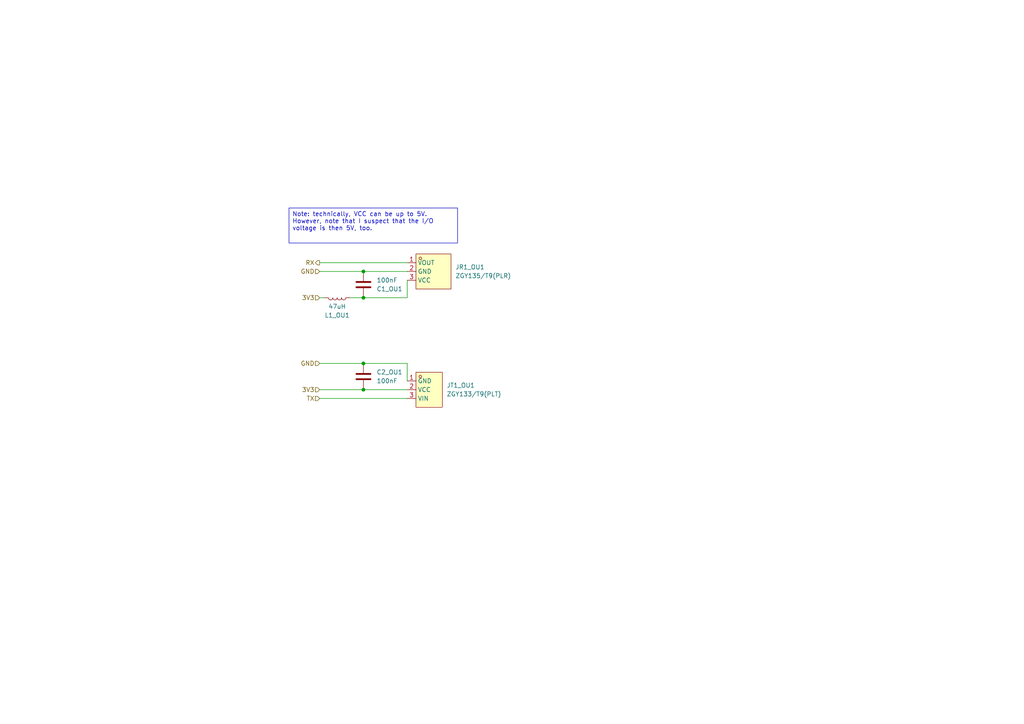
<source format=kicad_sch>
(kicad_sch (version 20231120) (generator "eeschema") (generator_version "8.0")
  (paper "A4")
  (lib_symbols
    (symbol "Device:C" (pin_numbers hide) (pin_names (offset 0.254))
      (property "Reference" "C" (at 0.635 2.54 0))
      (property "Value" "C" (at 0.635 -2.54 0))
      (symbol "C_0_1"
        (polyline (pts (xy -2.032 -0.762) (xy 2.032 -0.762)) (stroke (width 0.508)))
        (polyline (pts (xy -2.032 0.762) (xy 2.032 0.762)) (stroke (width 0.508)))
      )
      (symbol "C_1_1"
        (pin passive line (at 0 3.81 270) (length 2.794) (name "~") (number "1"))
        (pin passive line (at 0 -3.81 90) (length 2.794) (name "~") (number "2"))
      )
    )
    (symbol "Device:L" (pin_numbers hide) (pin_names (offset 1.016) hide)
      (property "Reference" "L" (at -1.27 0 90))
      (property "Value" "L" (at 1.905 0 90))
      (symbol "L_0_1"
        (arc (start 0 -2.54) (mid 0.6323 -1.905) (end 0 -1.27))
        (arc (start 0 -1.27) (mid 0.6323 -0.635) (end 0 0))
        (arc (start 0 0) (mid 0.6323 0.635) (end 0 1.27))
        (arc (start 0 1.27) (mid 0.6323 1.905) (end 0 2.54))
      )
      (symbol "L_1_1"
        (pin passive line (at 0 3.81 270) (length 1.27) (name "1") (number "1"))
        (pin passive line (at 0 -3.81 90) (length 1.27) (name "2") (number "2"))
      )
    )
    (symbol "easyeda2kicad:ZGY133_T9(PLT)"
      (property "Reference" "U" (at 0 7.62 0))
      (property "Value" "ZGY133/T9(PLT)" (at 0 -7.62 0))
      (symbol "ZGY133_T9(PLT)_0_1"
        (rectangle (start -3.81 5.08) (end 3.81 -5.08) (fill (type background)))
        (circle (center -2.54 3.81) (radius 0.38))
        (pin unspecified line (at -6.35 2.54 0) (length 2.54) (name "GND") (number "1"))
        (pin unspecified line (at -6.35 0 0) (length 2.54) (name "VCC") (number "2"))
        (pin unspecified line (at -6.35 -2.54 0) (length 2.54) (name "VIN") (number "3"))
      )
    )
    (symbol "easyeda2kicad:ZGY135_T9(PLR)"
      (property "Reference" "U" (at 0 7.62 0))
      (property "Value" "ZGY135/T9(PLR)" (at 0 -7.62 0))
      (symbol "ZGY135_T9(PLR)_0_1"
        (rectangle (start -5.08 5.08) (end 5.08 -5.08) (fill (type background)))
        (circle (center -3.81 3.81) (radius 0.38))
        (pin unspecified line (at -7.62 2.54 0) (length 2.54) (name "VOUT") (number "1"))
        (pin unspecified line (at -7.62 0 0) (length 2.54) (name "GND") (number "2"))
        (pin unspecified line (at -7.62 -2.54 0) (length 2.54) (name "VCC") (number "3"))
      )
    )
  )
  (junction (at 105.41 86.36))
  (junction (at 105.41 113.03))
  (junction (at 105.41 78.74))
  (junction (at 105.41 105.41))
  (wire (pts (xy 92.71 115.57) (xy 118.11 115.57)))
  (wire (pts (xy 92.71 76.2) (xy 118.11 76.2)))
  (wire (pts (xy 105.41 113.03) (xy 118.11 113.03)))
  (wire (pts (xy 92.71 86.36) (xy 93.98 86.36)))
  (wire (pts (xy 92.71 113.03) (xy 105.41 113.03)))
  (wire (pts (xy 105.41 86.36) (xy 118.11 86.36)))
  (wire (pts (xy 92.71 78.74) (xy 105.41 78.74)))
  (wire (pts (xy 105.41 105.41) (xy 118.11 105.41)))
  (wire (pts (xy 118.11 86.36) (xy 118.11 81.28)))
  (wire (pts (xy 118.11 105.41) (xy 118.11 110.49)))
  (wire (pts (xy 92.71 105.41) (xy 105.41 105.41)))
  (wire (pts (xy 101.6 86.36) (xy 105.41 86.36)))
  (wire (pts (xy 105.41 78.74) (xy 118.11 78.74)))
  (text_box "Note: technically, VCC can be up to 5V.  However, note that I suspect that the I/O voltage is then 5V, too." (at 83.82 60.325 0) (size 48.895 10.16) (effects (font (size 1.27 1.27)) (justify left top)))
  (hierarchical_label "RX" (shape output) (at 92.71 76.2 180))
  (hierarchical_label "3V3" (shape input) (at 92.71 86.36 180))
  (hierarchical_label "GND" (shape input) (at 92.71 105.41 180))
  (hierarchical_label "3V3" (shape input) (at 92.71 113.03 180))
  (hierarchical_label "TX" (shape input) (at 92.71 115.57 180))
  (hierarchical_label "GND" (shape input) (at 92.71 78.74 180))
  (symbol (lib_id "easyeda2kicad:ZGY135_T9(PLR)") (at 125.73 78.74 0) (unit 1)
    (property "Reference" "JR1_OU1" (at 132.08 77.4699 0) (effects (justify left)))
    (property "Value" "ZGY135/T9(PLR)" (at 132.08 80.0099 0) (effects (justify left)))
    (property "Footprint" "easyeda2kicad:OPTO-TH_ZGY135-T9-PLR" (effects (hide yes)))
    (property "Datasheet" "https://lcsc.com/product-detail/_Chau-Light-ZGY135-T9-PLR_C277779.html" (effects (hide yes)))
    (property "LCSC Part" "C277779" (effects (hide yes)))
  )
  (symbol (lib_id "easyeda2kicad:ZGY133_T9(PLT)") (at 124.46 113.03 0) (unit 1)
    (property "Reference" "JT1_OU1" (at 129.54 111.7599 0) (effects (justify left)))
    (property "Value" "ZGY133/T9(PLT)" (at 129.54 114.2999 0) (effects (justify left)))
    (property "Footprint" "easyeda2kicad:OPTO-TH_ZGY135-T9-PLR" (effects (hide yes)))
    (property "Datasheet" "https://lcsc.com/product-detail/_Chau-Light-ZGY133-T9-PLT_C277781.html" (effects (hide yes)))
    (property "LCSC Part" "C277781" (effects (hide yes)))
  )
  (symbol (lib_id "Device:C") (at 105.41 82.55 0) (mirror x) (unit 1)
    (property "Reference" "C1_OU1" (at 109.22 83.8201 0) (effects (justify left)))
    (property "Value" "100nF" (at 109.22 81.2801 0) (effects (justify left)))
    (property "Footprint" "Capacitor_SMD:C_0402_1005Metric" (effects (hide yes)))
    (property "Description" "16V 100nF X7R ±10% 0402  Multilayer Ceramic Capacitors MLCC - SMD/SMT ROHS" (effects (hide yes)))
    (property "MFR" "CL05B104KO5NNNC" (effects (hide yes)))
    (property "LCSC" "C1525" (effects (hide yes)))
    (property "URL" "https://jlcpcb.com/partdetail/1877-CL05B104KO5NNNC/C1525" (effects (hide yes)))
  )
  (symbol (lib_id "Device:C") (at 105.41 109.22 0) (unit 1)
    (property "Reference" "C2_OU1" (at 109.22 107.9499 0) (effects (justify left)))
    (property "Value" "100nF" (at 109.22 110.4899 0) (effects (justify left)))
    (property "Footprint" "Capacitor_SMD:C_0402_1005Metric" (effects (hide yes)))
    (property "Description" "16V 100nF X7R ±10% 0402  Multilayer Ceramic Capacitors MLCC - SMD/SMT ROHS" (effects (hide yes)))
    (property "MFR" "CL05B104KO5NNNC" (effects (hide yes)))
    (property "LCSC" "C1525" (effects (hide yes)))
    (property "URL" "https://jlcpcb.com/partdetail/1877-CL05B104KO5NNNC/C1525" (effects (hide yes)))
  )
  (symbol (lib_id "Device:L") (at 97.79 86.36 90) (mirror x) (unit 1)
    (property "Reference" "L1_OU1" (at 97.79 91.44 90))
    (property "Value" "47uH" (at 97.79 88.9 90))
    (property "Footprint" "Inductor_SMD:L_0603_1608Metric" (effects (hide yes)))
    (property "Description" "35mA 47uH ±20% 2.5Ω 0603  Inductors (SMD) ROHS" (effects (hide yes)))
    (property "MFR" "LBMF1608T470M" (effects (hide yes)))
    (property "LCSC" "C223244" (effects (hide yes)))
    (property "URL" "https://jlcpcb.com/partdetail/TaiyoYuden-LBMF1608T470M/C223244" (effects (hide yes)))
  )
)
</source>
